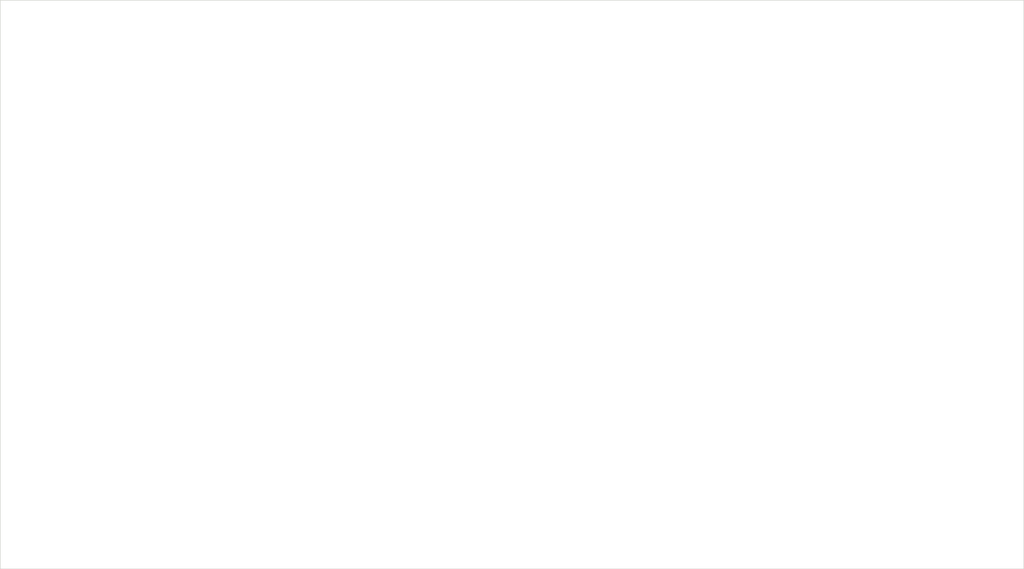
<source format=kicad_pcb>
(kicad_pcb
	(version 20240108)
	(generator "pcbnew")
	(generator_version "8.0")
	(general
		(thickness 1.6)
		(legacy_teardrops no)
	)
	(paper "A4")
	(layers
		(0 "F.Cu" signal)
		(31 "B.Cu" signal)
		(32 "B.Adhes" user "B.Adhesive")
		(33 "F.Adhes" user "F.Adhesive")
		(34 "B.Paste" user)
		(35 "F.Paste" user)
		(36 "B.SilkS" user "B.Silkscreen")
		(37 "F.SilkS" user "F.Silkscreen")
		(38 "B.Mask" user)
		(39 "F.Mask" user)
		(40 "Dwgs.User" user "User.Drawings")
		(41 "Cmts.User" user "User.Comments")
		(42 "Eco1.User" user "User.Eco1")
		(43 "Eco2.User" user "User.Eco2")
		(44 "Edge.Cuts" user)
		(45 "Margin" user)
		(46 "B.CrtYd" user "B.Courtyard")
		(47 "F.CrtYd" user "F.Courtyard")
		(48 "B.Fab" user)
		(49 "F.Fab" user)
		(50 "User.1" user)
		(51 "User.2" user)
		(52 "User.3" user)
		(53 "User.4" user)
		(54 "User.5" user)
		(55 "User.6" user)
		(56 "User.7" user)
		(57 "User.8" user)
		(58 "User.9" user)
	)
	(setup
		(pad_to_mask_clearance 0)
		(allow_soldermask_bridges_in_footprints no)
		(pcbplotparams
			(layerselection 0x00010fc_ffffffff)
			(plot_on_all_layers_selection 0x0000000_00000000)
			(disableapertmacros no)
			(usegerberextensions no)
			(usegerberattributes yes)
			(usegerberadvancedattributes yes)
			(creategerberjobfile yes)
			(dashed_line_dash_ratio 12.000000)
			(dashed_line_gap_ratio 3.000000)
			(svgprecision 4)
			(plotframeref no)
			(viasonmask no)
			(mode 1)
			(useauxorigin no)
			(hpglpennumber 1)
			(hpglpenspeed 20)
			(hpglpendiameter 15.000000)
			(pdf_front_fp_property_popups yes)
			(pdf_back_fp_property_popups yes)
			(dxfpolygonmode yes)
			(dxfimperialunits yes)
			(dxfusepcbnewfont yes)
			(psnegative no)
			(psa4output no)
			(plotreference yes)
			(plotvalue yes)
			(plotfptext yes)
			(plotinvisibletext no)
			(sketchpadsonfab no)
			(subtractmaskfromsilk no)
			(outputformat 1)
			(mirror no)
			(drillshape 1)
			(scaleselection 1)
			(outputdirectory "")
		)
	)
	(net 0 "")
	(gr_rect
		(start 105 75)
		(end 195 125)
		(stroke
			(width 0.05)
			(type default)
		)
		(fill none)
		(layer "Edge.Cuts")
		(uuid "88a608fe-8517-4684-a22a-78828729881f")
	)
)

</source>
